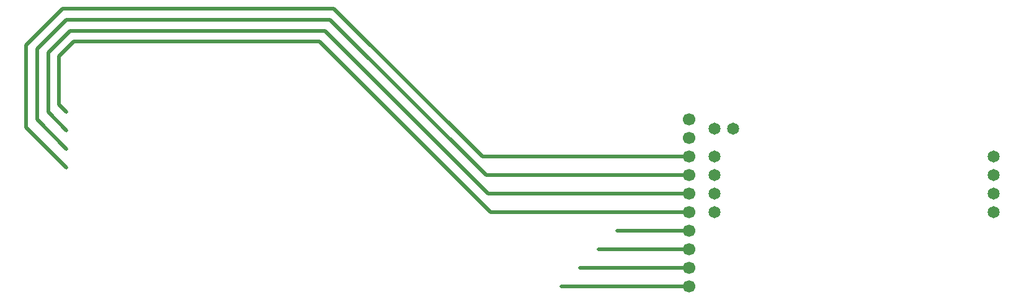
<source format=gbl>
%FSLAX46Y46*%
%MOMM*%
%ADD10C,0.500000*%
%AMPS12*
1,1,1.650000,0.000000,0.000000*
%
%ADD12PS12*%
%AMPS11*
1,1,1.700000,0.000000,0.000000*
%
%ADD11PS11*%
%AMPS13*
1,1,0.500000,0.000000,0.000000*
%
%ADD13PS13*%
G01*
%LPD*%
G01*
%LPD*%
D10*
X49500000Y-17040000D02*
X32070000Y-17040000D01*
D10*
X500000Y19500000D02*
X21800000Y-1800000D01*
D10*
X1000000Y21000000D02*
X-36000000Y21000000D01*
D10*
X-36500000Y7910000D02*
X-36500000Y14500000D01*
D10*
X-35500000Y19500000D02*
X500000Y19500000D01*
D10*
X-39500000Y5830000D02*
X-39500000Y15500000D01*
D10*
X-34500000Y16500000D02*
X-1000000Y16500000D01*
D10*
X22090000Y-4340000D02*
X49500000Y-4340000D01*
D10*
X49500000Y-14500000D02*
X34610000Y-14500000D01*
D10*
X-35000000Y18000000D02*
X-250000Y18000000D01*
D10*
X49500000Y-11960000D02*
X37150000Y-11960000D01*
D10*
X-35500000Y6910000D02*
X-36500000Y7910000D01*
D10*
X21260000Y740000D02*
X1000000Y21000000D01*
D10*
X49500000Y740000D02*
X21260000Y740000D01*
D10*
X22380000Y-6880000D02*
X49500000Y-6880000D01*
D10*
X-41000000Y16000000D02*
X-41000000Y4790000D01*
D10*
X-250000Y18000000D02*
X22090000Y-4340000D01*
D10*
X-39500000Y15500000D02*
X-35500000Y19500000D01*
D10*
X-35500000Y1830000D02*
X-39500000Y5830000D01*
D10*
X49500000Y-9420000D02*
X39690000Y-9420000D01*
D10*
X-36000000Y21000000D02*
X-41000000Y16000000D01*
D10*
X-38000000Y15000000D02*
X-35000000Y18000000D01*
D10*
X-38000000Y6870000D02*
X-38000000Y15000000D01*
D10*
X-36500000Y14500000D02*
X-34500000Y16500000D01*
D10*
X21800000Y-1800000D02*
X49500000Y-1800000D01*
D10*
X-41000000Y4790000D02*
X-35500000Y-710000D01*
D10*
X-35500000Y4370000D02*
X-38000000Y6870000D01*
D10*
X-1000000Y16500000D02*
X22380000Y-6880000D01*
G75*
D11*
X49500000Y-1800000D03*
D11*
X49500000Y-9420000D03*
D11*
X49500000Y-17040000D03*
D11*
X49500000Y5820000D03*
D11*
X49500000Y3280000D03*
D11*
X49500000Y-4340000D03*
D11*
X49500000Y-14500000D03*
D11*
X49500000Y-11960000D03*
D11*
X49500000Y740000D03*
D11*
X49500000Y-6880000D03*
D12*
X91050000Y-6880000D03*
D12*
X91050000Y-1800000D03*
D12*
X55490000Y4550000D03*
D12*
X52950000Y740000D03*
D12*
X52950000Y4550000D03*
D12*
X91050000Y740000D03*
D12*
X91050000Y-4340000D03*
D12*
X52950000Y-1800000D03*
D12*
X52950000Y-4340000D03*
D12*
X52950000Y-6880000D03*
D13*
X-35500000Y-710000D03*
D13*
X34610000Y-14500000D03*
D13*
X-35500000Y4370000D03*
D13*
X39690000Y-9420000D03*
D13*
X-35500000Y6910000D03*
D13*
X32070000Y-17040000D03*
D13*
X37150000Y-11960000D03*
D13*
X-35500000Y1830000D03*
M02*

</source>
